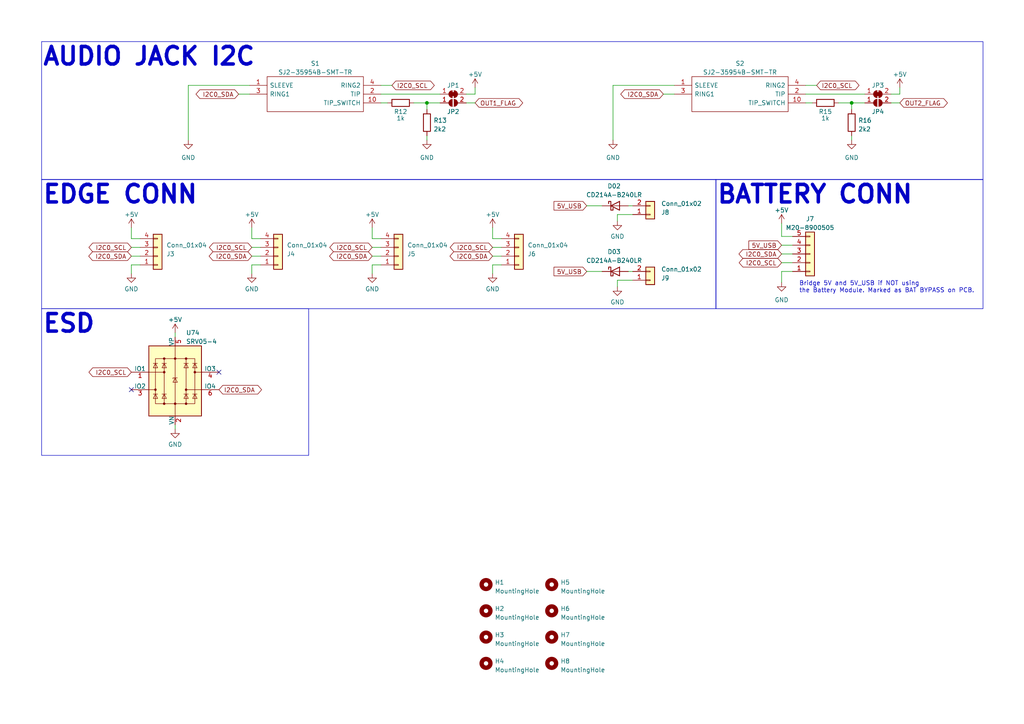
<source format=kicad_sch>
(kicad_sch (version 20231120) (generator "eeschema") (generator_version "8.0")
  (paper "A4")
  (title_block (title "The Typeuwu") (date "2025-01-14") (rev "1.0") (company "FG Labs"))
  (lib_symbols
    (symbol "Connector_Generic:Conn_01x02" (pin_names (offset 1.016) hide)
      (property "Reference" "J" (at 0 2.54 0))
      (property "Value" "Conn_01x02" (at 0 -5.08 0))
      (symbol "Conn_01x02_1_1"
        (rectangle (start -1.27 -2.413) (end 0 -2.667) (stroke (width 0.1524)))
        (rectangle (start -1.27 0.127) (end 0 -0.127) (stroke (width 0.1524)))
        (rectangle (start -1.27 1.27) (end 1.27 -3.81) (stroke (width 0.254)) (fill (type background)))
        (pin passive line (at -5.08 0 0) (length 3.81) (name "Pin_1") (number "1"))
        (pin passive line (at -5.08 -2.54 0) (length 3.81) (name "Pin_2") (number "2"))
      )
    )
    (symbol "Connector_Generic:Conn_01x04" (pin_names (offset 1.016) hide)
      (property "Reference" "J" (at 0 5.08 0))
      (property "Value" "Conn_01x04" (at 0 -7.62 0))
      (symbol "Conn_01x04_1_1"
        (rectangle (start -1.27 -4.953) (end 0 -5.207) (stroke (width 0.1524)))
        (rectangle (start -1.27 -2.413) (end 0 -2.667) (stroke (width 0.1524)))
        (rectangle (start -1.27 0.127) (end 0 -0.127) (stroke (width 0.1524)))
        (rectangle (start -1.27 2.667) (end 0 2.413) (stroke (width 0.1524)))
        (rectangle (start -1.27 3.81) (end 1.27 -6.35) (stroke (width 0.254)) (fill (type background)))
        (pin passive line (at -5.08 2.54 0) (length 3.81) (name "Pin_1") (number "1"))
        (pin passive line (at -5.08 0 0) (length 3.81) (name "Pin_2") (number "2"))
        (pin passive line (at -5.08 -2.54 0) (length 3.81) (name "Pin_3") (number "3"))
        (pin passive line (at -5.08 -5.08 0) (length 3.81) (name "Pin_4") (number "4"))
      )
    )
    (symbol "Connector_Generic:Conn_01x05" (pin_names (offset 1.016) hide)
      (property "Reference" "J" (at 0 7.62 0))
      (property "Value" "Conn_01x05" (at 0 -7.62 0))
      (symbol "Conn_01x05_1_1"
        (rectangle (start -1.27 -4.953) (end 0 -5.207) (stroke (width 0.1524)))
        (rectangle (start -1.27 -2.413) (end 0 -2.667) (stroke (width 0.1524)))
        (rectangle (start -1.27 0.127) (end 0 -0.127) (stroke (width 0.1524)))
        (rectangle (start -1.27 2.667) (end 0 2.413) (stroke (width 0.1524)))
        (rectangle (start -1.27 5.207) (end 0 4.953) (stroke (width 0.1524)))
        (rectangle (start -1.27 6.35) (end 1.27 -6.35) (stroke (width 0.254)) (fill (type background)))
        (pin passive line (at -5.08 5.08 0) (length 3.81) (name "Pin_1") (number "1"))
        (pin passive line (at -5.08 2.54 0) (length 3.81) (name "Pin_2") (number "2"))
        (pin passive line (at -5.08 0 0) (length 3.81) (name "Pin_3") (number "3"))
        (pin passive line (at -5.08 -2.54 0) (length 3.81) (name "Pin_4") (number "4"))
        (pin passive line (at -5.08 -5.08 0) (length 3.81) (name "Pin_5") (number "5"))
      )
    )
    (symbol "Device:D_Schottky" (pin_numbers hide) (pin_names (offset 1.016) hide)
      (property "Reference" "D" (at 0 2.54 0))
      (property "Value" "D_Schottky" (at 0 -2.54 0))
      (symbol "D_Schottky_0_1"
        (polyline (pts (xy 1.27 0) (xy -1.27 0)))
        (polyline (pts (xy 1.27 1.27) (xy 1.27 -1.27) (xy -1.27 0) (xy 1.27 1.27)) (stroke (width 0.254)))
        (polyline (pts (xy -1.905 0.635) (xy -1.905 1.27) (xy -1.27 1.27) (xy -1.27 -1.27) (xy -0.635 -1.27) (xy -0.635 -0.635)) (stroke (width 0.254)))
      )
      (symbol "D_Schottky_1_1"
        (pin passive line (at -3.81 0 0) (length 2.54) (name "K") (number "1"))
        (pin passive line (at 3.81 0 180) (length 2.54) (name "A") (number "2"))
      )
    )
    (symbol "Device:R" (pin_numbers hide) (pin_names (offset 0))
      (property "Reference" "R" (at 2.032 0 90))
      (property "Value" "R" (at 0 0 90))
      (symbol "R_0_1"
        (rectangle (start -1.016 -2.54) (end 1.016 2.54) (stroke (width 0.254)))
      )
      (symbol "R_1_1"
        (pin passive line (at 0 3.81 270) (length 1.27) (name "~") (number "1"))
        (pin passive line (at 0 -3.81 90) (length 1.27) (name "~") (number "2"))
      )
    )
    (symbol "Jumper:SolderJumper_2_Bridged" (pin_names (offset 0) hide)
      (property "Reference" "JP" (at 0 2.032 0))
      (property "Value" "SolderJumper_2_Bridged" (at 0 -2.54 0))
      (symbol "SolderJumper_2_Bridged_0_1"
        (rectangle (start -0.508 0.508) (end 0.508 -0.508) (fill (type outline)))
        (arc (start -0.254 1.016) (mid -1.2656 0) (end -0.254 -1.016))
        (arc (start -0.254 1.016) (mid -1.2656 0) (end -0.254 -1.016) (fill (type outline)))
        (polyline (pts (xy -0.254 1.016) (xy -0.254 -1.016)))
        (polyline (pts (xy 0.254 1.016) (xy 0.254 -1.016)))
        (arc (start 0.254 -1.016) (mid 1.2656 0) (end 0.254 1.016))
        (arc (start 0.254 -1.016) (mid 1.2656 0) (end 0.254 1.016) (fill (type outline)))
      )
      (symbol "SolderJumper_2_Bridged_1_1"
        (pin passive line (at -3.81 0 0) (length 2.54) (name "A") (number "1"))
        (pin passive line (at 3.81 0 180) (length 2.54) (name "B") (number "2"))
      )
    )
    (symbol "Jumper:SolderJumper_2_Open" (pin_names (offset 0) hide)
      (property "Reference" "JP" (at 0 2.032 0))
      (property "Value" "SolderJumper_2_Open" (at 0 -2.54 0))
      (symbol "SolderJumper_2_Open_0_1"
        (arc (start -0.254 1.016) (mid -1.2656 0) (end -0.254 -1.016))
        (arc (start -0.254 1.016) (mid -1.2656 0) (end -0.254 -1.016) (fill (type outline)))
        (polyline (pts (xy -0.254 1.016) (xy -0.254 -1.016)))
        (polyline (pts (xy 0.254 1.016) (xy 0.254 -1.016)))
        (arc (start 0.254 -1.016) (mid 1.2656 0) (end 0.254 1.016))
        (arc (start 0.254 -1.016) (mid 1.2656 0) (end 0.254 1.016) (fill (type outline)))
      )
      (symbol "SolderJumper_2_Open_1_1"
        (pin passive line (at -3.81 0 0) (length 2.54) (name "A") (number "1"))
        (pin passive line (at 3.81 0 180) (length 2.54) (name "B") (number "2"))
      )
    )
    (symbol "Mechanical:MountingHole" (pin_names (offset 1.016))
      (property "Reference" "H" (at 0 5.08 0))
      (property "Value" "MountingHole" (at 0 3.175 0))
      (symbol "MountingHole_0_1"
        (circle (center 0 0) (radius 1.27) (stroke (width 1.27)))
      )
    )
    (symbol "Power_Protection:SRV05-4" (pin_names (offset 0))
      (property "Reference" "U" (at -5.08 11.43 0))
      (property "Value" "SRV05-4" (at 2.54 11.43 0))
      (symbol "SRV05-4_0_0"
        (rectangle (start -5.715 6.477) (end 5.715 -6.604))
        (polyline (pts (xy -3.175 -6.604) (xy -3.175 6.477)))
        (polyline (pts (xy 3.175 6.477) (xy 3.175 -6.604)))
      )
      (symbol "SRV05-4_0_1"
        (rectangle (start -7.62 10.16) (end 7.62 -10.16) (stroke (width 0.254)) (fill (type background)))
        (circle (center -5.715 -2.54) (radius 0.2794) (fill (type outline)))
        (circle (center -3.175 -6.604) (radius 0.2794) (fill (type outline)))
        (circle (center -3.175 2.54) (radius 0.2794) (fill (type outline)))
        (circle (center -3.175 6.477) (radius 0.2794) (fill (type outline)))
        (circle (center 0 -6.604) (radius 0.2794) (fill (type outline)))
        (polyline (pts (xy -7.747 2.54) (xy -3.175 2.54)))
        (polyline (pts (xy -7.62 -2.54) (xy -5.715 -2.54)))
        (polyline (pts (xy -5.08 -3.81) (xy -6.35 -3.81)))
        (polyline (pts (xy -5.08 5.08) (xy -6.35 5.08)))
        (polyline (pts (xy -2.54 -3.81) (xy -3.81 -3.81)))
        (polyline (pts (xy -2.54 5.08) (xy -3.81 5.08)))
        (polyline (pts (xy 0 10.16) (xy 0 -10.16)))
        (polyline (pts (xy 3.81 -3.81) (xy 2.54 -3.81)))
        (polyline (pts (xy 3.81 5.08) (xy 2.54 5.08)))
        (polyline (pts (xy 6.35 -3.81) (xy 5.08 -3.81)))
        (polyline (pts (xy 6.35 5.08) (xy 5.08 5.08)))
        (polyline (pts (xy 7.62 -2.54) (xy 3.175 -2.54)))
        (polyline (pts (xy 7.62 2.54) (xy 5.715 2.54)))
        (polyline (pts (xy 0.635 0.889) (xy -0.635 0.889) (xy -0.635 0.635)))
        (polyline (pts (xy -5.08 -5.08) (xy -6.35 -5.08) (xy -5.715 -3.81) (xy -5.08 -5.08)))
        (polyline (pts (xy -5.08 3.81) (xy -6.35 3.81) (xy -5.715 5.08) (xy -5.08 3.81)))
        (polyline (pts (xy -2.54 -5.08) (xy -3.81 -5.08) (xy -3.175 -3.81) (xy -2.54 -5.08)))
        (polyline (pts (xy -2.54 3.81) (xy -3.81 3.81) (xy -3.175 5.08) (xy -2.54 3.81)))
        (polyline (pts (xy 0.635 -0.381) (xy -0.635 -0.381) (xy 0 0.889) (xy 0.635 -0.381)))
        (polyline (pts (xy 3.81 -5.08) (xy 2.54 -5.08) (xy 3.175 -3.81) (xy 3.81 -5.08)))
        (polyline (pts (xy 3.81 3.81) (xy 2.54 3.81) (xy 3.175 5.08) (xy 3.81 3.81)))
        (polyline (pts (xy 6.35 -5.08) (xy 5.08 -5.08) (xy 5.715 -3.81) (xy 6.35 -5.08)))
        (polyline (pts (xy 6.35 3.81) (xy 5.08 3.81) (xy 5.715 5.08) (xy 6.35 3.81)))
        (circle (center 0 6.477) (radius 0.2794) (fill (type outline)))
        (circle (center 3.175 -6.604) (radius 0.2794) (fill (type outline)))
        (circle (center 3.175 -2.54) (radius 0.2794) (fill (type outline)))
        (circle (center 3.175 6.477) (radius 0.2794) (fill (type outline)))
        (circle (center 5.715 2.54) (radius 0.2794) (fill (type outline)))
      )
      (symbol "SRV05-4_1_1"
        (pin passive line (at -12.7 2.54 0) (length 5.08) (name "IO1") (number "1"))
        (pin passive line (at 0 -12.7 90) (length 2.54) (name "VN") (number "2"))
        (pin passive line (at -12.7 -2.54 0) (length 5.08) (name "IO2") (number "3"))
        (pin passive line (at 12.7 2.54 180) (length 5.08) (name "IO3") (number "4"))
        (pin passive line (at 0 12.7 270) (length 2.54) (name "VP") (number "5"))
        (pin passive line (at 12.7 -2.54 180) (length 5.08) (name "IO4") (number "6"))
      )
    )
    (symbol "SamacSys_Parts:SJ2-35954B-SMT-TR" (pin_names (offset 0.762))
      (property "Reference" "S" (at 34.29 7.62 0))
      (property "Value" "SJ2-35954B-SMT-TR" (at 34.29 5.08 0))
      (symbol "SJ2-35954B-SMT-TR_0_0"
        (pin passive line (at 0 0 0) (length 5.08) (name "SLEEVE") (number "1"))
        (pin passive line (at 38.1 -5.08 180) (length 5.08) (name "TIP_SWITCH") (number "10"))
        (pin passive line (at 38.1 -2.54 180) (length 5.08) (name "TIP") (number "2"))
        (pin passive line (at 0 -2.54 0) (length 5.08) (name "RING1") (number "3"))
        (pin passive line (at 38.1 0 180) (length 5.08) (name "RING2") (number "4"))
      )
      (symbol "SJ2-35954B-SMT-TR_0_1"
        (polyline (pts (xy 5.08 2.54) (xy 33.02 2.54) (xy 33.02 -7.62) (xy 5.08 -7.62) (xy 5.08 2.54)) (stroke (width 0.1524)))
      )
    )
    (symbol "power:+5V" (power) (pin_names (offset 0))
      (property "Value" "+5V" (at 0 3.556 0))
      (symbol "+5V_0_1"
        (polyline (pts (xy -0.762 1.27) (xy 0 2.54)))
        (polyline (pts (xy 0 0) (xy 0 2.54)))
        (polyline (pts (xy 0 2.54) (xy 0.762 1.27)))
      )
      (symbol "+5V_1_1"
        (pin power_in line (at 0 0 90) (length 0) hide (name "+5V") (number "1"))
      )
    )
    (symbol "power:GND" (power) (pin_names (offset 0))
      (property "Value" "GND" (at 0 -3.81 0))
      (symbol "GND_0_1"
        (polyline (pts (xy 0 0) (xy 0 -1.27) (xy 1.27 -1.27) (xy 0 -2.54) (xy -1.27 -1.27) (xy 0 -1.27)))
      )
      (symbol "GND_1_1"
        (pin power_in line (at 0 0 270) (length 0) hide (name "GND") (number "1"))
      )
    )
  )
  (junction (at 247.015 29.845))
  (junction (at 123.825 29.845))
  (no_connect (at 38.1 113.03))
  (no_connect (at 63.5 107.95))
  (wire (pts (xy 233.68 27.305) (xy 250.825 27.305)))
  (wire (pts (xy 258.445 27.305) (xy 260.985 27.305)))
  (wire (pts (xy 145.415 69.215) (xy 142.875 69.215)))
  (wire (pts (xy 179.07 81.28) (xy 179.07 83.185)))
  (wire (pts (xy 142.875 74.295) (xy 145.415 74.295)))
  (wire (pts (xy 110.49 69.215) (xy 107.95 69.215)))
  (wire (pts (xy 226.695 73.66) (xy 229.87 73.66)))
  (wire (pts (xy 170.18 78.74) (xy 174.625 78.74)))
  (wire (pts (xy 40.64 76.835) (xy 38.1 76.835)))
  (wire (pts (xy 123.825 29.845) (xy 120.015 29.845)))
  (wire (pts (xy 123.825 31.75) (xy 123.825 29.845)))
  (wire (pts (xy 107.95 74.295) (xy 110.49 74.295)))
  (wire (pts (xy 110.49 24.765) (xy 113.665 24.765)))
  (wire (pts (xy 142.875 76.835) (xy 142.875 79.375)))
  (wire (pts (xy 75.565 76.835) (xy 73.025 76.835)))
  (wire (pts (xy 38.1 74.295) (xy 40.64 74.295)))
  (wire (pts (xy 73.025 76.835) (xy 73.025 79.375)))
  (wire (pts (xy 135.255 27.305) (xy 137.795 27.305)))
  (wire (pts (xy 110.49 27.305) (xy 127.635 27.305)))
  (wire (pts (xy 137.795 27.305) (xy 137.795 25.4)))
  (wire (pts (xy 229.87 68.58) (xy 226.695 68.58)))
  (wire (pts (xy 195.58 24.765) (xy 177.8 24.765)))
  (wire (pts (xy 110.49 76.835) (xy 107.95 76.835)))
  (wire (pts (xy 50.8 96.52) (xy 50.8 97.79)))
  (wire (pts (xy 247.015 31.75) (xy 247.015 29.845)))
  (wire (pts (xy 54.61 24.765) (xy 54.61 40.64)))
  (wire (pts (xy 247.015 29.845) (xy 250.825 29.845)))
  (wire (pts (xy 107.95 76.835) (xy 107.95 79.375)))
  (wire (pts (xy 142.875 69.215) (xy 142.875 66.04)))
  (wire (pts (xy 38.1 69.215) (xy 38.1 66.04)))
  (wire (pts (xy 135.255 29.845) (xy 137.795 29.845)))
  (wire (pts (xy 145.415 76.835) (xy 142.875 76.835)))
  (wire (pts (xy 247.015 39.37) (xy 247.015 40.64)))
  (wire (pts (xy 38.1 71.755) (xy 40.64 71.755)))
  (wire (pts (xy 192.405 27.305) (xy 195.58 27.305)))
  (wire (pts (xy 107.95 69.215) (xy 107.95 66.04)))
  (wire (pts (xy 183.515 81.28) (xy 179.07 81.28)))
  (wire (pts (xy 69.215 27.305) (xy 72.39 27.305)))
  (wire (pts (xy 226.695 76.2) (xy 229.87 76.2)))
  (wire (pts (xy 226.695 71.12) (xy 229.87 71.12)))
  (wire (pts (xy 226.695 78.74) (xy 226.695 81.915)))
  (wire (pts (xy 72.39 24.765) (xy 54.61 24.765)))
  (wire (pts (xy 75.565 69.215) (xy 73.025 69.215)))
  (wire (pts (xy 177.8 24.765) (xy 177.8 40.64)))
  (wire (pts (xy 107.95 71.755) (xy 110.49 71.755)))
  (wire (pts (xy 258.445 29.845) (xy 260.985 29.845)))
  (wire (pts (xy 226.695 68.58) (xy 226.695 64.77)))
  (wire (pts (xy 110.49 29.845) (xy 112.395 29.845)))
  (wire (pts (xy 182.245 78.74) (xy 183.515 78.74)))
  (wire (pts (xy 40.64 69.215) (xy 38.1 69.215)))
  (wire (pts (xy 123.825 39.37) (xy 123.825 40.64)))
  (wire (pts (xy 260.985 27.305) (xy 260.985 25.4)))
  (wire (pts (xy 38.1 76.835) (xy 38.1 79.375)))
  (wire (pts (xy 233.68 24.765) (xy 236.855 24.765)))
  (wire (pts (xy 123.825 29.845) (xy 127.635 29.845)))
  (wire (pts (xy 247.015 29.845) (xy 243.205 29.845)))
  (wire (pts (xy 73.025 74.295) (xy 75.565 74.295)))
  (wire (pts (xy 50.8 124.46) (xy 50.8 123.19)))
  (wire (pts (xy 142.875 71.755) (xy 145.415 71.755)))
  (wire (pts (xy 233.68 29.845) (xy 235.585 29.845)))
  (wire (pts (xy 73.025 71.755) (xy 75.565 71.755)))
  (wire (pts (xy 183.515 62.23) (xy 179.07 62.23)))
  (wire (pts (xy 182.245 59.69) (xy 183.515 59.69)))
  (wire (pts (xy 73.025 69.215) (xy 73.025 66.04)))
  (wire (pts (xy 179.07 62.23) (xy 179.07 64.135)))
  (wire (pts (xy 229.87 78.74) (xy 226.695 78.74)))
  (wire (pts (xy 170.18 59.69) (xy 174.625 59.69)))
  (rectangle (start 12.065 52.07) (end 207.645 89.535))
  (rectangle (start 12.065 12.065) (end 285.115 52.07))
  (rectangle (start 207.645 52.07) (end 285.115 89.535))
  (rectangle (start 12.065 89.535) (end 89.535 132.08))
  (text "EDGE CONN" (at 12.065 56.515 0) (effects (font (size 5.08 5.08) (thickness 1.016) (bold yes)) (justify left)))
  (text "BATTERY CONN" (at 207.645 56.515 0) (effects (font (size 5.08 5.08) (thickness 1.016) (bold yes)) (justify left)))
  (text "ESD" (at 12.065 93.98 0) (effects (font (size 5.08 5.08) (thickness 1.016) (bold yes)) (justify left)))
  (text "AUDIO JACK I2C" (at 12.065 16.51 0) (effects (font (size 5.08 5.08) (thickness 1.016) (bold yes)) (justify left)))
  (text "Bridge 5V and 5V_USB if NOT using\nthe Battery Module. Marked as BAT BYPASS on PCB." (at 231.775 85.09 0) (effects (font (size 1.27 1.27)) (justify left bottom)))
  (global_label "5V_USB" (shape input) (at 170.18 59.69 180) (property "Intersheetrefs" "${INTERSHEET_REFS}" (effects (hide yes))))
  (global_label "I2C0_SCL" (shape bidirectional) (at 38.1 107.95 180) (property "Intersheetrefs" "${INTERSHEET_REFS}" (effects (hide yes))))
  (global_label "I2C0_SCL" (shape bidirectional) (at 38.1 71.755 180) (property "Intersheetrefs" "${INTERSHEET_REFS}" (effects (hide yes))))
  (global_label "I2C0_SCL" (shape bidirectional) (at 142.875 71.755 180) (property "Intersheetrefs" "${INTERSHEET_REFS}" (effects (hide yes))))
  (global_label "I2C0_SDA" (shape bidirectional) (at 192.405 27.305 180) (property "Intersheetrefs" "${INTERSHEET_REFS}" (effects (hide yes))))
  (global_label "I2C0_SDA" (shape bidirectional) (at 142.875 74.295 180) (property "Intersheetrefs" "${INTERSHEET_REFS}" (effects (hide yes))))
  (global_label "5V_USB" (shape input) (at 226.695 71.12 180) (property "Intersheetrefs" "${INTERSHEET_REFS}" (effects (hide yes))))
  (global_label "I2C0_SDA" (shape bidirectional) (at 69.215 27.305 180) (property "Intersheetrefs" "${INTERSHEET_REFS}" (effects (hide yes))))
  (global_label "I2C0_SCL" (shape bidirectional) (at 113.665 24.765 0) (property "Intersheetrefs" "${INTERSHEET_REFS}" (effects (hide yes))))
  (global_label "I2C0_SDA" (shape bidirectional) (at 38.1 74.295 180) (property "Intersheetrefs" "${INTERSHEET_REFS}" (effects (hide yes))))
  (global_label "I2C0_SDA" (shape bidirectional) (at 107.95 74.295 180) (property "Intersheetrefs" "${INTERSHEET_REFS}" (effects (hide yes))))
  (global_label "I2C0_SDA" (shape bidirectional) (at 73.025 74.295 180) (property "Intersheetrefs" "${INTERSHEET_REFS}" (effects (hide yes))))
  (global_label "I2C0_SDA" (shape bidirectional) (at 63.5 113.03 0) (property "Intersheetrefs" "${INTERSHEET_REFS}" (effects (hide yes))))
  (global_label "OUT2_FLAG" (shape bidirectional) (at 260.985 29.845 0) (property "Intersheetrefs" "${INTERSHEET_REFS}" (effects (hide yes))))
  (global_label "I2C0_SCL" (shape bidirectional) (at 107.95 71.755 180) (property "Intersheetrefs" "${INTERSHEET_REFS}" (effects (hide yes))))
  (global_label "I2C0_SDA" (shape bidirectional) (at 226.695 73.66 180) (property "Intersheetrefs" "${INTERSHEET_REFS}" (effects (hide yes))))
  (global_label "I2C0_SCL" (shape bidirectional) (at 236.855 24.765 0) (property "Intersheetrefs" "${INTERSHEET_REFS}" (effects (hide yes))))
  (global_label "OUT1_FLAG" (shape bidirectional) (at 137.795 29.845 0) (property "Intersheetrefs" "${INTERSHEET_REFS}" (effects (hide yes))))
  (global_label "I2C0_SCL" (shape bidirectional) (at 73.025 71.755 180) (property "Intersheetrefs" "${INTERSHEET_REFS}" (effects (hide yes))))
  (global_label "I2C0_SCL" (shape bidirectional) (at 226.695 76.2 180) (property "Intersheetrefs" "${INTERSHEET_REFS}" (effects (hide yes))))
  (global_label "5V_USB" (shape input) (at 170.18 78.74 180) (property "Intersheetrefs" "${INTERSHEET_REFS}" (effects (hide yes))))
  (symbol (lib_id "Power_Protection:SRV05-4") (at 50.8 110.49 0) (unit 1)
    (property "Reference" "U74" (at 53.9497 96.52 0) (effects (justify left)))
    (property "Value" "SRV05-4" (at 53.9497 99.06 0) (effects (justify left)))
    (property "Footprint" "Package_TO_SOT_SMD:SOT-23-6" (effects (hide yes)))
    (property "Datasheet" "http://www.onsemi.com/pub/Collateral/SRV05-4-D.PDF" (effects (hide yes)))
  )
  (symbol (lib_id "power:GND") (at 247.015 40.64 0) (unit 1)
    (property "Reference" "#PWR068" (effects (hide yes)))
    (property "Value" "GND" (at 247.015 45.72 0))
  )
  (symbol (lib_id "power:GND") (at 123.825 40.64 0) (unit 1)
    (property "Reference" "#PWR028" (effects (hide yes)))
    (property "Value" "GND" (at 123.825 45.72 0))
  )
  (symbol (lib_id "power:+5V") (at 226.695 64.77 0) (unit 1)
    (property "Reference" "#PWR095" (effects (hide yes)))
    (property "Value" "+5V" (at 226.695 60.96 0))
  )
  (symbol (lib_id "Mechanical:MountingHole") (at 140.97 192.405 0) (unit 1)
    (property "Reference" "H4" (at 143.51 191.77 0) (effects (justify left)))
    (property "Value" "MountingHole" (at 143.51 194.31 0) (effects (justify left)))
    (property "Footprint" "MountingHole:MountingHole_3.2mm_M3_DIN965_Pad" (effects (hide yes)))
  )
  (symbol (lib_id "Jumper:SolderJumper_2_Open") (at 254.635 29.845 0) (unit 1)
    (property "Reference" "JP4" (at 254.635 32.385 0))
    (property "Value" "SolderJumper_2_Open" (effects (hide yes)))
    (property "Footprint" "Jumper:SolderJumper-2_P1.3mm_Open_Pad1.0x1.5mm" (effects (hide yes)))
  )
  (symbol (lib_id "Device:R") (at 247.015 35.56 180) (unit 1)
    (property "Reference" "R16" (at 248.92 34.925 0) (effects (justify right)))
    (property "Value" "2k2" (at 248.92 37.465 0) (effects (justify right)))
    (property "Footprint" "Resistor_SMD:R_0603_1608Metric" (effects (hide yes)))
  )
  (symbol (lib_id "Device:R") (at 123.825 35.56 180) (unit 1)
    (property "Reference" "R13" (at 125.73 34.925 0) (effects (justify right)))
    (property "Value" "2k2" (at 125.73 37.465 0) (effects (justify right)))
    (property "Footprint" "Resistor_SMD:R_0603_1608Metric" (effects (hide yes)))
  )
  (symbol (lib_id "power:GND") (at 73.025 79.375 0) (unit 1)
    (property "Reference" "#PWR038" (effects (hide yes)))
    (property "Value" "GND" (at 73.025 83.82 0))
  )
  (symbol (lib_id "power:+5V") (at 107.95 66.04 0) (unit 1)
    (property "Reference" "#PWR041" (effects (hide yes)))
    (property "Value" "+5V" (at 107.95 62.23 0))
  )
  (symbol (lib_id "Jumper:SolderJumper_2_Open") (at 131.445 29.845 0) (unit 1)
    (property "Reference" "JP2" (at 131.445 32.385 0))
    (property "Value" "SolderJumper_2_Open" (effects (hide yes)))
    (property "Footprint" "Jumper:SolderJumper-2_P1.3mm_Open_Pad1.0x1.5mm" (effects (hide yes)))
  )
  (symbol (lib_id "Device:D_Schottky") (at 178.435 59.69 0) (unit 1)
    (property "Reference" "D02" (at 178.1175 53.975 0))
    (property "Value" "CD214A-B240LR" (at 178.1175 56.515 0))
    (property "Footprint" "Diode_custom:CD214A-B240LR" (effects (hide yes)))
  )
  (symbol (lib_id "Mechanical:MountingHole") (at 160.02 177.165 0) (unit 1)
    (property "Reference" "H6" (at 162.56 176.53 0) (effects (justify left)))
    (property "Value" "MountingHole" (at 162.56 179.07 0) (effects (justify left)))
    (property "Footprint" "MountingHole:MountingHole_3.2mm_M3_DIN965_Pad" (effects (hide yes)))
  )
  (symbol (lib_id "power:GND") (at 179.07 83.185 0) (unit 1)
    (property "Reference" "#PWR098" (effects (hide yes)))
    (property "Value" "GND" (at 179.07 87.63 0))
  )
  (symbol (lib_id "Connector_Generic:Conn_01x02") (at 188.595 81.28 0) (mirror x) (unit 1)
    (property "Reference" "J9" (at 191.77 80.645 0) (effects (justify left)))
    (property "Value" "Conn_01x02" (at 191.77 78.105 0) (effects (justify left)))
    (property "Footprint" "Connector_custom:POGO Magnetic 2 Pin 2,8mm Horizontal" (effects (hide yes)))
  )
  (symbol (lib_id "Device:R") (at 239.395 29.845 90) (unit 1)
    (property "Reference" "R15" (at 239.395 32.385 90))
    (property "Value" "1k" (at 239.395 34.29 90))
    (property "Footprint" "Resistor_SMD:R_0603_1608Metric" (effects (hide yes)))
  )
  (symbol (lib_id "Connector_Generic:Conn_01x02") (at 188.595 62.23 0) (mirror x) (unit 1)
    (property "Reference" "J8" (at 191.77 61.595 0) (effects (justify left)))
    (property "Value" "Conn_01x02" (at 191.77 59.055 0) (effects (justify left)))
    (property "Footprint" "Connector_custom:POGO Magnetic 2 Pin 2,8mm Horizontal" (effects (hide yes)))
  )
  (symbol (lib_id "Mechanical:MountingHole") (at 140.97 184.785 0) (unit 1)
    (property "Reference" "H3" (at 143.51 184.15 0) (effects (justify left)))
    (property "Value" "MountingHole" (at 143.51 186.69 0) (effects (justify left)))
    (property "Footprint" "MountingHole:MountingHole_3.2mm_M3_DIN965_Pad" (effects (hide yes)))
  )
  (symbol (lib_id "SamacSys_Parts:SJ2-35954B-SMT-TR") (at 72.39 24.765 0) (unit 1)
    (property "Reference" "S1" (at 91.44 18.415 0))
    (property "Value" "SJ2-35954B-SMT-TR" (at 91.44 20.955 0))
    (property "Footprint" "SamacSys:SJ235954BSMTTR" (effects (hide yes)))
    (property "Datasheet" "https://www.arrow.com/en/products/sj2-35954b-smt-tr/cui-devices" (effects (hide yes)))
    (property "Description" "Phone Connectors 3.5mm Audio Jack SMT 4conductr Tip switc-1" (effects (hide yes)))
    (property "Height" "4.15" (effects (hide yes)))
    (property "Mouser Part Number" "490-SJ2-35954BSMT-TR" (effects (hide yes)))
    (property "Mouser Price/Stock" "https://www.mouser.co.uk/ProductDetail/CUI-Devices/SJ2-35954B-SMT-TR?qs=DXv0QSHKF4xFg%252BzFD15Yig%3D%3D" (effects (hide yes)))
    (property "Manufacturer_Name" "CUI Inc." (effects (hide yes)))
    (property "Manufacturer_Part_Number" "SJ2-35954B-SMT-TR" (effects (hide yes)))
  )
  (symbol (lib_id "Connector_Generic:Conn_01x04") (at 80.645 74.295 0) (mirror x) (unit 1)
    (property "Reference" "J4" (at 83.185 73.66 0) (effects (justify left)))
    (property "Value" "Conn_01x04" (at 83.185 71.12 0) (effects (justify left)))
    (property "Footprint" "Connector_custom:POGO Magnetic 4 Pin 2,2mm Horizontal" (effects (hide yes)))
  )
  (symbol (lib_id "power:+5V") (at 142.875 66.04 0) (unit 1)
    (property "Reference" "#PWR056" (effects (hide yes)))
    (property "Value" "+5V" (at 142.875 62.23 0))
  )
  (symbol (lib_id "power:+5V") (at 260.985 25.4 0) (unit 1)
    (property "Reference" "#PWR062" (effects (hide yes)))
    (property "Value" "+5V" (at 260.985 21.59 0))
  )
  (symbol (lib_id "Connector_Generic:Conn_01x04") (at 150.495 74.295 0) (mirror x) (unit 1)
    (property "Reference" "J6" (at 153.035 73.66 0) (effects (justify left)))
    (property "Value" "Conn_01x04" (at 153.035 71.12 0) (effects (justify left)))
    (property "Footprint" "Connector_custom:POGO Magnetic 4 Pin 2,2mm Horizontal" (effects (hide yes)))
  )
  (symbol (lib_id "power:GND") (at 54.61 40.64 0) (unit 1)
    (property "Reference" "#PWR027" (effects (hide yes)))
    (property "Value" "GND" (at 54.61 45.72 0))
  )
  (symbol (lib_id "Mechanical:MountingHole") (at 160.02 169.545 0) (unit 1)
    (property "Reference" "H5" (at 162.56 168.91 0) (effects (justify left)))
    (property "Value" "MountingHole" (at 162.56 171.45 0) (effects (justify left)))
    (property "Footprint" "MountingHole:MountingHole_3.2mm_M3_DIN965_Pad" (effects (hide yes)))
  )
  (symbol (lib_id "power:GND") (at 226.695 81.915 0) (unit 1)
    (property "Reference" "#PWR092" (effects (hide yes)))
    (property "Value" "GND" (at 226.695 86.995 0))
  )
  (symbol (lib_id "Jumper:SolderJumper_2_Bridged") (at 131.445 27.305 0) (unit 1)
    (property "Reference" "JP1" (at 131.445 24.765 0))
    (property "Value" "SolderJumper_2_Bridged" (effects (hide yes)))
    (property "Footprint" "Jumper:SolderJumper-2_P1.3mm_Bridged_Pad1.0x1.5mm" (effects (hide yes)))
  )
  (symbol (lib_id "Mechanical:MountingHole") (at 140.97 169.545 0) (unit 1)
    (property "Reference" "H1" (at 143.51 168.91 0) (effects (justify left)))
    (property "Value" "MountingHole" (at 143.51 171.45 0) (effects (justify left)))
    (property "Footprint" "MountingHole:MountingHole_3.2mm_M3_DIN965_Pad" (effects (hide yes)))
  )
  (symbol (lib_id "Mechanical:MountingHole") (at 160.02 192.405 0) (unit 1)
    (property "Reference" "H8" (at 162.56 191.77 0) (effects (justify left)))
    (property "Value" "MountingHole" (at 162.56 194.31 0) (effects (justify left)))
    (property "Footprint" "MountingHole:MountingHole_3.2mm_M3_DIN965_Pad" (effects (hide yes)))
  )
  (symbol (lib_id "Mechanical:MountingHole") (at 140.97 177.165 0) (unit 1)
    (property "Reference" "H2" (at 143.51 176.53 0) (effects (justify left)))
    (property "Value" "MountingHole" (at 143.51 179.07 0) (effects (justify left)))
    (property "Footprint" "MountingHole:MountingHole_3.2mm_M3_DIN965_Pad" (effects (hide yes)))
  )
  (symbol (lib_id "power:GND") (at 142.875 79.375 0) (unit 1)
    (property "Reference" "#PWR059" (effects (hide yes)))
    (property "Value" "GND" (at 142.875 83.82 0))
  )
  (symbol (lib_id "power:+5V") (at 137.795 25.4 0) (unit 1)
    (property "Reference" "#PWR026" (effects (hide yes)))
    (property "Value" "+5V" (at 137.795 21.59 0))
  )
  (symbol (lib_id "Device:R") (at 116.205 29.845 90) (unit 1)
    (property "Reference" "R12" (at 116.205 32.385 90))
    (property "Value" "1k" (at 116.205 34.29 90))
    (property "Footprint" "Resistor_SMD:R_0603_1608Metric" (effects (hide yes)))
  )
  (symbol (lib_id "Device:D_Schottky") (at 178.435 78.74 0) (unit 1)
    (property "Reference" "D03" (at 178.1175 73.025 0))
    (property "Value" "CD214A-B240LR" (at 178.1175 75.565 0))
    (property "Footprint" "Diode_custom:CD214A-B240LR" (effects (hide yes)))
  )
  (symbol (lib_id "Connector_Generic:Conn_01x05") (at 234.95 73.66 0) (mirror x) (unit 1)
    (property "Reference" "J7" (at 234.95 63.5 0))
    (property "Value" "M20-8900505" (at 234.95 66.04 0))
    (property "Footprint" "Connector_Harwin:Harwin_M20-89005xx_1x05_P2.54mm_Horizontal" (effects (hide yes)))
  )
  (symbol (lib_id "Connector_Generic:Conn_01x04") (at 115.57 74.295 0) (mirror x) (unit 1)
    (property "Reference" "J5" (at 118.11 73.66 0) (effects (justify left)))
    (property "Value" "Conn_01x04" (at 118.11 71.12 0) (effects (justify left)))
    (property "Footprint" "Connector_custom:POGO Magnetic 4 Pin 2,2mm Horizontal" (effects (hide yes)))
  )
  (symbol (lib_id "Mechanical:MountingHole") (at 160.02 184.785 0) (unit 1)
    (property "Reference" "H7" (at 162.56 184.15 0) (effects (justify left)))
    (property "Value" "MountingHole" (at 162.56 186.69 0) (effects (justify left)))
    (property "Footprint" "MountingHole:MountingHole_3.2mm_M3_DIN965_Pad" (effects (hide yes)))
  )
  (symbol (lib_id "power:+5V") (at 38.1 66.04 0) (unit 1)
    (property "Reference" "#PWR032" (effects (hide yes)))
    (property "Value" "+5V" (at 38.1 62.23 0))
  )
  (symbol (lib_id "Connector_Generic:Conn_01x04") (at 45.72 74.295 0) (mirror x) (unit 1)
    (property "Reference" "J3" (at 48.26 73.66 0) (effects (justify left)))
    (property "Value" "Conn_01x04" (at 48.26 71.12 0) (effects (justify left)))
    (property "Footprint" "Connector_custom:POGO Magnetic 4 Pin 2,2mm Horizontal" (effects (hide yes)))
  )
  (symbol (lib_id "power:GND") (at 177.8 40.64 0) (unit 1)
    (property "Reference" "#PWR065" (effects (hide yes)))
    (property "Value" "GND" (at 177.8 45.72 0))
  )
  (symbol (lib_id "power:GND") (at 107.95 79.375 0) (unit 1)
    (property "Reference" "#PWR044" (effects (hide yes)))
    (property "Value" "GND" (at 107.95 83.82 0))
  )
  (symbol (lib_id "Jumper:SolderJumper_2_Bridged") (at 254.635 27.305 0) (unit 1)
    (property "Reference" "JP3" (at 254.635 24.765 0))
    (property "Value" "SolderJumper_2_Bridged" (effects (hide yes)))
    (property "Footprint" "Jumper:SolderJumper-2_P1.3mm_Bridged_Pad1.0x1.5mm" (effects (hide yes)))
  )
  (symbol (lib_id "power:GND") (at 38.1 79.375 0) (unit 1)
    (property "Reference" "#PWR030" (effects (hide yes)))
    (property "Value" "GND" (at 38.1 83.82 0))
  )
  (symbol (lib_id "power:+5V") (at 73.025 66.04 0) (unit 1)
    (property "Reference" "#PWR035" (effects (hide yes)))
    (property "Value" "+5V" (at 73.025 62.23 0))
  )
  (symbol (lib_id "power:GND") (at 179.07 64.135 0) (unit 1)
    (property "Reference" "#PWR0101" (effects (hide yes)))
    (property "Value" "GND" (at 179.07 68.58 0))
  )
  (symbol (lib_id "SamacSys_Parts:SJ2-35954B-SMT-TR") (at 195.58 24.765 0) (unit 1)
    (property "Reference" "S2" (at 214.63 18.415 0))
    (property "Value" "SJ2-35954B-SMT-TR" (at 214.63 20.955 0))
    (property "Footprint" "SamacSys:SJ235954BSMTTR" (effects (hide yes)))
    (property "Datasheet" "https://www.arrow.com/en/products/sj2-35954b-smt-tr/cui-devices" (effects (hide yes)))
    (property "Description" "Phone Connectors 3.5mm Audio Jack SMT 4conductr Tip switc-1" (effects (hide yes)))
    (property "Height" "4.15" (effects (hide yes)))
    (property "Mouser Part Number" "490-SJ2-35954BSMT-TR" (effects (hide yes)))
    (property "Mouser Price/Stock" "https://www.mouser.co.uk/ProductDetail/CUI-Devices/SJ2-35954B-SMT-TR?qs=DXv0QSHKF4xFg%252BzFD15Yig%3D%3D" (effects (hide yes)))
    (property "Manufacturer_Name" "CUI Inc." (effects (hide yes)))
    (property "Manufacturer_Part_Number" "SJ2-35954B-SMT-TR" (effects (hide yes)))
  )
  (symbol (lib_id "power:+5V") (at 50.8 96.52 0) (unit 1)
    (property "Reference" "#PWR0401" (effects (hide yes)))
    (property "Value" "+5V" (at 50.8 92.71 0))
  )
  (symbol (lib_id "power:GND") (at 50.8 124.46 0) (unit 1)
    (property "Reference" "#PWR0402" (effects (hide yes)))
    (property "Value" "GND" (at 50.8 128.905 0))
  )
)
</source>
